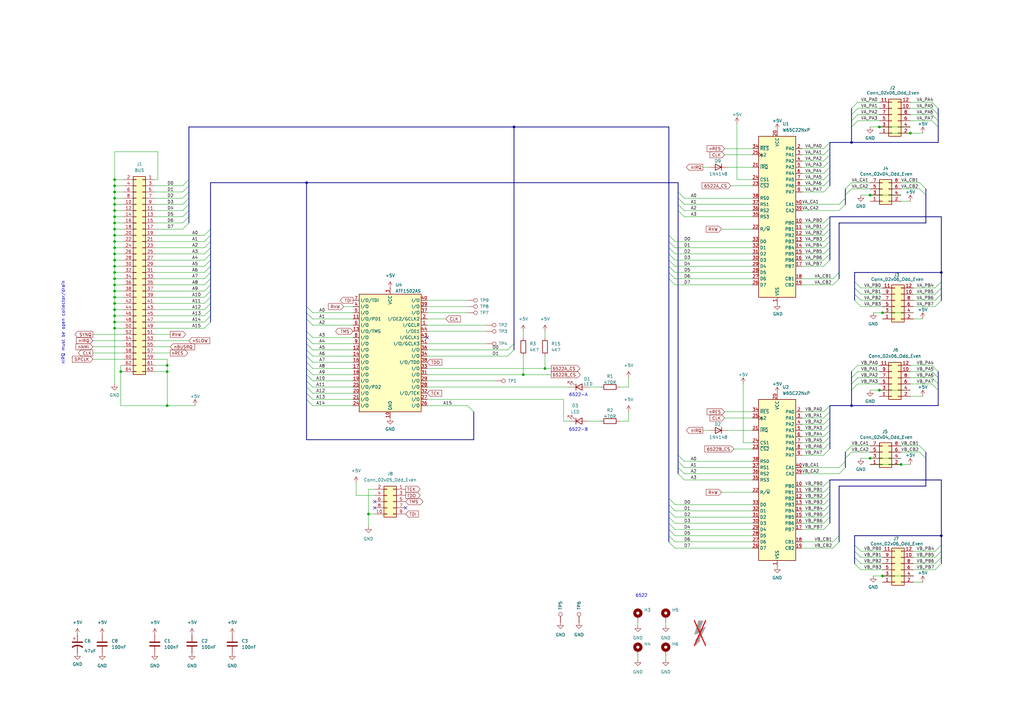
<source format=kicad_sch>
(kicad_sch (version 20250114) (generator "eeschema") (generator_version "9.0")
  (paper "A3")
  (text "6522-A" (at 237.236 162.052 0) (effects (font (size 1.27 1.27))))
  (text "6522" (at 263.144 244.348 0) (effects (font (size 1.27 1.27))))
  (text "6522-B" (at 237.236 176.276 0) (effects (font (size 1.27 1.27))))
  (text "nIRQ must be open collector/drain" (at 25.908 132.334 90) (effects (font (size 1.27 1.27))))
  (junction (at 360.68 160.02))
  (junction (at 46.99 86.36))
  (junction (at 46.99 134.62))
  (junction (at 210.82 52.07))
  (junction (at 46.99 83.82))
  (junction (at 46.99 109.22))
  (junction (at 46.99 116.84))
  (junction (at 46.99 119.38))
  (junction (at 46.99 121.92))
  (junction (at 46.99 93.98))
  (junction (at 349.25 166.37))
  (junction (at 373.38 54.61))
  (junction (at 223.52 151.13))
  (junction (at 68.58 149.86))
  (junction (at 360.68 52.07))
  (junction (at 46.99 111.76))
  (junction (at 46.99 106.68))
  (junction (at 46.99 132.08))
  (junction (at 361.95 236.22))
  (junction (at 46.99 88.9))
  (junction (at 386.08 219.71))
  (junction (at 49.53 152.4))
  (junction (at 46.99 101.6))
  (junction (at 349.25 58.42))
  (junction (at 386.08 111.76))
  (junction (at 369.57 190.5))
  (junction (at 46.99 81.28))
  (junction (at 46.99 124.46))
  (junction (at 151.13 210.82))
  (junction (at 46.99 73.66))
  (junction (at 214.63 153.67))
  (junction (at 68.58 166.37))
  (junction (at 46.99 129.54))
  (junction (at 46.99 76.2))
  (junction (at 356.87 187.96))
  (junction (at 46.99 127))
  (junction (at 68.58 152.4))
  (junction (at 46.99 99.06))
  (junction (at 46.99 114.3))
  (junction (at 361.95 128.27))
  (junction (at 46.99 96.52))
  (junction (at 125.73 74.93))
  (junction (at 46.99 91.44))
  (junction (at 356.87 80.01))
  (junction (at 46.99 78.74))
  (junction (at 46.99 104.14))
  (no_connect (at 153.67 205.74))
  (no_connect (at 175.26 138.43))
  (no_connect (at 166.37 208.28))
  (no_connect (at 153.67 208.28))
  (bus_entry (at 340.36 207.01) (size -2.54 2.54))
  (bus_entry (at 83.82 127) (size 2.54 -2.54))
  (bus_entry (at 379.73 185.42) (size -2.54 -2.54))
  (bus_entry (at 74.93 78.74) (size 2.54 -2.54))
  (bus_entry (at 128.27 128.27) (size -2.54 -2.54))
  (bus_entry (at 280.67 191.77) (size -2.54 -2.54))
  (bus_entry (at 83.82 99.06) (size 2.54 -2.54))
  (bus_entry (at 83.82 111.76) (size 2.54 -2.54))
  (bus_entry (at 276.86 104.14) (size -2.54 -2.54))
  (bus_entry (at 349.25 152.4) (size 2.54 -2.54))
  (bus_entry (at 276.86 111.76) (size -2.54 -2.54))
  (bus_entry (at 128.27 138.43) (size -2.54 -2.54))
  (bus_entry (at 128.27 130.81) (size -2.54 -2.54))
  (bus_entry (at 191.77 166.37) (size 2.54 2.54))
  (bus_entry (at 353.06 231.14) (size -2.54 -2.54))
  (bus_entry (at 337.82 168.91) (size 2.54 -2.54))
  (bus_entry (at 276.86 222.25) (size -2.54 -2.54))
  (bus_entry (at 384.81 46.99) (size -2.54 -2.54))
  (bus_entry (at 340.36 101.6) (size -2.54 2.54))
  (bus_entry (at 280.67 189.23) (size -2.54 -2.54))
  (bus_entry (at 346.71 83.82) (size -2.54 2.54))
  (bus_entry (at 276.86 212.09) (size -2.54 -2.54))
  (bus_entry (at 340.36 88.9) (size -2.54 2.54))
  (bus_entry (at 83.82 106.68) (size 2.54 -2.54))
  (bus_entry (at 383.54 123.19) (size 2.54 -2.54))
  (bus_entry (at 340.36 93.98) (size -2.54 2.54))
  (bus_entry (at 276.86 106.68) (size -2.54 -2.54))
  (bus_entry (at 337.82 68.58) (size 2.54 -2.54))
  (bus_entry (at 337.82 179.07) (size 2.54 -2.54))
  (bus_entry (at 128.27 161.29) (size -2.54 -2.54))
  (bus_entry (at 276.86 219.71) (size -2.54 -2.54))
  (bus_entry (at 346.71 189.23) (size -2.54 2.54))
  (bus_entry (at 346.71 191.77) (size -2.54 2.54))
  (bus_entry (at 74.93 81.28) (size 2.54 -2.54))
  (bus_entry (at 83.82 119.38) (size 2.54 -2.54))
  (bus_entry (at 276.86 109.22) (size -2.54 -2.54))
  (bus_entry (at 83.82 109.22) (size 2.54 -2.54))
  (bus_entry (at 340.36 99.06) (size -2.54 2.54))
  (bus_entry (at 208.28 146.05) (size 2.54 -2.54))
  (bus_entry (at 280.67 81.28) (size -2.54 -2.54))
  (bus_entry (at 349.25 154.94) (size 2.54 -2.54))
  (bus_entry (at 337.82 76.2) (size 2.54 -2.54))
  (bus_entry (at 379.73 187.96) (size -2.54 -2.54))
  (bus_entry (at 74.93 86.36) (size 2.54 -2.54))
  (bus_entry (at 340.36 201.93) (size -2.54 2.54))
  (bus_entry (at 340.36 209.55) (size -2.54 2.54))
  (bus_entry (at 74.93 76.2) (size 2.54 -2.54))
  (bus_entry (at 384.81 49.53) (size -2.54 -2.54))
  (bus_entry (at 346.71 187.96) (size 2.54 -2.54))
  (bus_entry (at 208.28 143.51) (size 2.54 -2.54))
  (bus_entry (at 128.27 166.37) (size -2.54 -2.54))
  (bus_entry (at 353.06 228.6) (size -2.54 -2.54))
  (bus_entry (at 83.82 104.14) (size 2.54 -2.54))
  (bus_entry (at 83.82 116.84) (size 2.54 -2.54))
  (bus_entry (at 276.86 101.6) (size -2.54 -2.54))
  (bus_entry (at 337.82 173.99) (size 2.54 -2.54))
  (bus_entry (at 379.73 77.47) (size -2.54 -2.54))
  (bus_entry (at 386.08 231.14) (size -2.54 2.54))
  (bus_entry (at 74.93 88.9) (size 2.54 -2.54))
  (bus_entry (at 349.25 160.02) (size 2.54 -2.54))
  (bus_entry (at 353.06 233.68) (size -2.54 -2.54))
  (bus_entry (at 384.81 152.4) (size -2.54 -2.54))
  (bus_entry (at 337.82 73.66) (size 2.54 -2.54))
  (bus_entry (at 340.36 199.39) (size -2.54 2.54))
  (bus_entry (at 337.82 66.04) (size 2.54 -2.54))
  (bus_entry (at 353.06 120.65) (size -2.54 -2.54))
  (bus_entry (at 344.17 219.71) (size -2.54 2.54))
  (bus_entry (at 128.27 156.21) (size -2.54 -2.54))
  (bus_entry (at 74.93 83.82) (size 2.54 -2.54))
  (bus_entry (at 337.82 176.53) (size 2.54 -2.54))
  (bus_entry (at 340.36 106.68) (size -2.54 2.54))
  (bus_entry (at 383.54 118.11) (size 2.54 -2.54))
  (bus_entry (at 128.27 153.67) (size -2.54 -2.54))
  (bus_entry (at 382.27 157.48) (size 2.54 2.54))
  (bus_entry (at 344.17 114.3) (size -2.54 2.54))
  (bus_entry (at 128.27 163.83) (size -2.54 -2.54))
  (bus_entry (at 128.27 148.59) (size -2.54 -2.54))
  (bus_entry (at 280.67 83.82) (size -2.54 -2.54))
  (bus_entry (at 276.86 114.3) (size -2.54 -2.54))
  (bus_entry (at 276.86 116.84) (size -2.54 -2.54))
  (bus_entry (at 128.27 151.13) (size -2.54 -2.54))
  (bus_entry (at 353.06 123.19) (size -2.54 -2.54))
  (bus_entry (at 128.27 158.75) (size -2.54 -2.54))
  (bus_entry (at 340.36 204.47) (size -2.54 2.54))
  (bus_entry (at 383.54 228.6) (size 2.54 -2.54))
  (bus_entry (at 349.25 157.48) (size 2.54 -2.54))
  (bus_entry (at 276.86 99.06) (size -2.54 -2.54))
  (bus_entry (at 83.82 121.92) (size 2.54 -2.54))
  (bus_entry (at 337.82 181.61) (size 2.54 -2.54))
  (bus_entry (at 280.67 88.9) (size -2.54 -2.54))
  (bus_entry (at 349.25 44.45) (size 2.54 -2.54))
  (bus_entry (at 280.67 196.85) (size -2.54 -2.54))
  (bus_entry (at 346.71 77.47) (size 2.54 -2.54))
  (bus_entry (at 386.08 123.19) (size -2.54 2.54))
  (bus_entry (at 384.81 157.48) (size -2.54 -2.54))
  (bus_entry (at 83.82 96.52) (size 2.54 -2.54))
  (bus_entry (at 276.86 207.01) (size -2.54 -2.54))
  (bus_entry (at 83.82 124.46) (size 2.54 -2.54))
  (bus_entry (at 337.82 63.5) (size 2.54 -2.54))
  (bus_entry (at 83.82 134.62) (size 2.54 -2.54))
  (bus_entry (at 353.06 118.11) (size -2.54 -2.54))
  (bus_entry (at 74.93 93.98) (size 2.54 -2.54))
  (bus_entry (at 337.82 71.12) (size 2.54 -2.54))
  (bus_entry (at 340.36 91.44) (size -2.54 2.54))
  (bus_entry (at 276.86 217.17) (size -2.54 -2.54))
  (bus_entry (at 276.86 224.79) (size -2.54 -2.54))
  (bus_entry (at 346.71 80.01) (size 2.54 -2.54))
  (bus_entry (at 276.86 214.63) (size -2.54 -2.54))
  (bus_entry (at 346.71 185.42) (size 2.54 -2.54))
  (bus_entry (at 349.25 46.99) (size 2.54 -2.54))
  (bus_entry (at 280.67 194.31) (size -2.54 -2.54))
  (bus_entry (at 83.82 132.08) (size 2.54 -2.54))
  (bus_entry (at 384.81 154.94) (size -2.54 -2.54))
  (bus_entry (at 128.27 146.05) (size -2.54 -2.54))
  (bus_entry (at 83.82 114.3) (size 2.54 -2.54))
  (bus_entry (at 340.36 214.63) (size -2.54 2.54))
  (bus_entry (at 83.82 101.6) (size 2.54 -2.54))
  (bus_entry (at 353.06 125.73) (size -2.54 -2.54))
  (bus_entry (at 384.81 44.45) (size -2.54 -2.54))
  (bus_entry (at 340.36 196.85) (size -2.54 2.54))
  (bus_entry (at 379.73 80.01) (size -2.54 -2.54))
  (bus_entry (at 340.36 104.14) (size -2.54 2.54))
  (bus_entry (at 280.67 86.36) (size -2.54 -2.54))
  (bus_entry (at 128.27 140.97) (size -2.54 -2.54))
  (bus_entry (at 344.17 222.25) (size -2.54 2.54))
  (bus_entry (at 337.82 184.15) (size 2.54 -2.54))
  (bus_entry (at 349.25 49.53) (size 2.54 -2.54))
  (bus_entry (at 349.25 52.07) (size 2.54 -2.54))
  (bus_entry (at 353.06 226.06) (size -2.54 -2.54))
  (bus_entry (at 74.93 91.44) (size 2.54 -2.54))
  (bus_entry (at 337.82 60.96) (size 2.54 -2.54))
  (bus_entry (at 276.86 209.55) (size -2.54 -2.54))
  (bus_entry (at 346.71 81.28) (size -2.54 2.54))
  (bus_entry (at 337.82 186.69) (size 2.54 -2.54))
  (bus_entry (at 383.54 120.65) (size 2.54 -2.54))
  (bus_entry (at 337.82 78.74) (size 2.54 -2.54))
  (bus_entry (at 340.36 96.52) (size -2.54 2.54))
  (bus_entry (at 383.54 226.06) (size 2.54 -2.54))
  (bus_entry (at 344.17 111.76) (size -2.54 2.54))
  (bus_entry (at 337.82 171.45) (size 2.54 -2.54))
  (bus_entry (at 382.27 49.53) (size 2.54 2.54))
  (bus_entry (at 383.54 231.14) (size 2.54 -2.54))
  (bus_entry (at 83.82 129.54) (size 2.54 -2.54))
  (bus_entry (at 340.36 212.09) (size -2.54 2.54))
  (bus_entry (at 128.27 143.51) (size -2.54 -2.54))
  (bus_entry (at 128.27 133.35) (size -2.54 -2.54))
  (wire (pts (xy 261.62 255.27) (xy 261.62 256.54)))
  (bus (pts (xy 278.13 191.77) (xy 278.13 194.31)))
  (wire (pts (xy 351.79 46.99) (xy 360.68 46.99)))
  (wire (pts (xy 50.8 132.08) (xy 46.99 132.08)))
  (wire (pts (xy 358.14 128.27) (xy 361.95 128.27)))
  (wire (pts (xy 83.82 111.76) (xy 63.5 111.76)))
  (wire (pts (xy 328.93 68.58) (xy 337.82 68.58)))
  (bus (pts (xy 349.25 49.53) (xy 349.25 52.07)))
  (bus (pts (xy 340.36 173.99) (xy 340.36 171.45)))
  (wire (pts (xy 38.1 142.24) (xy 50.8 142.24)))
  (wire (pts (xy 74.93 83.82) (xy 63.5 83.82)))
  (bus (pts (xy 125.73 130.81) (xy 125.73 135.89)))
  (wire (pts (xy 83.82 114.3) (xy 63.5 114.3)))
  (wire (pts (xy 83.82 109.22) (xy 63.5 109.22)))
  (wire (pts (xy 74.93 86.36) (xy 63.5 86.36)))
  (bus (pts (xy 340.36 60.96) (xy 340.36 58.42)))
  (bus (pts (xy 77.47 52.07) (xy 77.47 73.66)))
  (wire (pts (xy 297.18 171.45) (xy 308.61 171.45)))
  (wire (pts (xy 328.93 217.17) (xy 337.82 217.17)))
  (bus (pts (xy 349.25 44.45) (xy 349.25 46.99)))
  (wire (pts (xy 83.82 129.54) (xy 63.5 129.54)))
  (bus (pts (xy 346.71 77.47) (xy 346.71 80.01)))
  (wire (pts (xy 151.13 200.66) (xy 153.67 200.66)))
  (wire (pts (xy 369.57 77.47) (xy 377.19 77.47)))
  (wire (pts (xy 50.8 124.46) (xy 46.99 124.46)))
  (wire (pts (xy 353.06 233.68) (xy 361.95 233.68)))
  (bus (pts (xy 278.13 83.82) (xy 278.13 86.36)))
  (wire (pts (xy 374.65 238.76) (xy 378.46 238.76)))
  (wire (pts (xy 328.93 207.01) (xy 337.82 207.01)))
  (wire (pts (xy 214.63 146.05) (xy 214.63 153.67)))
  (bus (pts (xy 274.32 209.55) (xy 274.32 207.01)))
  (bus (pts (xy 86.36 106.68) (xy 86.36 109.22)))
  (bus (pts (xy 77.47 88.9) (xy 77.47 91.44)))
  (wire (pts (xy 46.99 78.74) (xy 46.99 81.28)))
  (wire (pts (xy 175.26 146.05) (xy 208.28 146.05)))
  (wire (pts (xy 360.68 54.61) (xy 373.38 54.61)))
  (bus (pts (xy 340.36 63.5) (xy 340.36 60.96)))
  (wire (pts (xy 241.3 172.72) (xy 246.38 172.72)))
  (wire (pts (xy 214.63 153.67) (xy 226.06 153.67)))
  (wire (pts (xy 349.25 185.42) (xy 356.87 185.42)))
  (bus (pts (xy 274.32 114.3) (xy 274.32 204.47)))
  (bus (pts (xy 86.36 116.84) (xy 86.36 119.38)))
  (wire (pts (xy 273.05 255.27) (xy 273.05 256.54)))
  (wire (pts (xy 128.27 128.27) (xy 144.78 128.27)))
  (wire (pts (xy 46.99 111.76) (xy 46.99 114.3)))
  (bus (pts (xy 86.36 124.46) (xy 86.36 127)))
  (wire (pts (xy 373.38 44.45) (xy 382.27 44.45)))
  (bus (pts (xy 386.08 219.71) (xy 386.08 223.52)))
  (wire (pts (xy 38.1 137.16) (xy 50.8 137.16)))
  (bus (pts (xy 349.25 46.99) (xy 349.25 49.53)))
  (wire (pts (xy 146.05 203.2) (xy 146.05 198.12)))
  (bus (pts (xy 194.31 168.91) (xy 194.31 180.34)))
  (bus (pts (xy 386.08 228.6) (xy 386.08 231.14)))
  (wire (pts (xy 298.45 68.58) (xy 308.61 68.58)))
  (bus (pts (xy 278.13 78.74) (xy 278.13 81.28)))
  (wire (pts (xy 356.87 190.5) (xy 369.57 190.5)))
  (wire (pts (xy 254 172.72) (xy 257.81 172.72)))
  (wire (pts (xy 83.82 124.46) (xy 63.5 124.46)))
  (bus (pts (xy 125.73 74.93) (xy 125.73 125.73)))
  (wire (pts (xy 175.26 156.21) (xy 203.2 156.21)))
  (wire (pts (xy 328.93 71.12) (xy 337.82 71.12)))
  (bus (pts (xy 274.32 101.6) (xy 274.32 99.06)))
  (wire (pts (xy 50.8 116.84) (xy 46.99 116.84)))
  (wire (pts (xy 50.8 99.06) (xy 46.99 99.06)))
  (wire (pts (xy 302.26 73.66) (xy 302.26 50.8)))
  (wire (pts (xy 276.86 114.3) (xy 308.61 114.3)))
  (wire (pts (xy 46.99 96.52) (xy 46.99 99.06)))
  (wire (pts (xy 223.52 151.13) (xy 226.06 151.13)))
  (wire (pts (xy 49.53 166.37) (xy 68.58 166.37)))
  (wire (pts (xy 46.99 76.2) (xy 46.99 78.74)))
  (wire (pts (xy 83.82 106.68) (xy 63.5 106.68)))
  (wire (pts (xy 83.82 119.38) (xy 63.5 119.38)))
  (bus (pts (xy 274.32 114.3) (xy 274.32 111.76)))
  (bus (pts (xy 386.08 111.76) (xy 386.08 115.57)))
  (bus (pts (xy 278.13 189.23) (xy 278.13 191.77)))
  (wire (pts (xy 356.87 160.02) (xy 360.68 160.02)))
  (bus (pts (xy 125.73 140.97) (xy 125.73 143.51)))
  (wire (pts (xy 128.27 138.43) (xy 144.78 138.43)))
  (wire (pts (xy 360.68 160.02) (xy 373.38 160.02)))
  (bus (pts (xy 278.13 186.69) (xy 278.13 189.23)))
  (bus (pts (xy 344.17 111.76) (xy 344.17 91.44)))
  (wire (pts (xy 280.67 196.85) (xy 308.61 196.85)))
  (wire (pts (xy 50.8 149.86) (xy 49.53 149.86)))
  (bus (pts (xy 384.81 160.02) (xy 384.81 166.37)))
  (wire (pts (xy 276.86 99.06) (xy 308.61 99.06)))
  (bus (pts (xy 340.36 88.9) (xy 386.08 88.9)))
  (bus (pts (xy 340.36 58.42) (xy 349.25 58.42)))
  (wire (pts (xy 276.86 109.22) (xy 308.61 109.22)))
  (wire (pts (xy 77.47 139.7) (xy 63.5 139.7)))
  (wire (pts (xy 140.97 125.73) (xy 144.78 125.73)))
  (wire (pts (xy 69.85 142.24) (xy 63.5 142.24)))
  (bus (pts (xy 340.36 176.53) (xy 340.36 173.99)))
  (wire (pts (xy 46.99 62.23) (xy 46.99 73.66)))
  (bus (pts (xy 344.17 114.3) (xy 344.17 111.76)))
  (wire (pts (xy 83.82 132.08) (xy 63.5 132.08)))
  (wire (pts (xy 128.27 156.21) (xy 144.78 156.21)))
  (wire (pts (xy 373.38 162.56) (xy 378.46 162.56)))
  (wire (pts (xy 328.93 209.55) (xy 337.82 209.55)))
  (bus (pts (xy 340.36 212.09) (xy 340.36 209.55)))
  (wire (pts (xy 273.05 269.24) (xy 273.05 270.51)))
  (bus (pts (xy 125.73 151.13) (xy 125.73 153.67)))
  (bus (pts (xy 210.82 52.07) (xy 274.32 52.07)))
  (bus (pts (xy 210.82 140.97) (xy 210.82 143.51)))
  (wire (pts (xy 298.45 176.53) (xy 308.61 176.53)))
  (wire (pts (xy 297.18 63.5) (xy 308.61 63.5)))
  (wire (pts (xy 351.79 41.91) (xy 360.68 41.91)))
  (wire (pts (xy 328.93 184.15) (xy 337.82 184.15)))
  (bus (pts (xy 86.36 111.76) (xy 86.36 114.3)))
  (wire (pts (xy 199.39 133.35) (xy 175.26 133.35)))
  (wire (pts (xy 261.62 269.24) (xy 261.62 270.51)))
  (bus (pts (xy 350.52 228.6) (xy 350.52 231.14)))
  (bus (pts (xy 210.82 52.07) (xy 77.47 52.07)))
  (wire (pts (xy 328.93 86.36) (xy 344.17 86.36)))
  (wire (pts (xy 328.93 176.53) (xy 337.82 176.53)))
  (wire (pts (xy 231.14 172.72) (xy 233.68 172.72)))
  (wire (pts (xy 83.82 121.92) (xy 63.5 121.92)))
  (bus (pts (xy 349.25 154.94) (xy 349.25 157.48)))
  (wire (pts (xy 374.65 228.6) (xy 383.54 228.6)))
  (wire (pts (xy 46.99 86.36) (xy 46.99 88.9)))
  (bus (pts (xy 274.32 217.17) (xy 274.32 214.63)))
  (bus (pts (xy 340.36 101.6) (xy 340.36 99.06)))
  (wire (pts (xy 69.85 144.78) (xy 63.5 144.78)))
  (bus (pts (xy 86.36 96.52) (xy 86.36 99.06)))
  (wire (pts (xy 328.93 186.69) (xy 337.82 186.69)))
  (bus (pts (xy 278.13 74.93) (xy 278.13 78.74)))
  (bus (pts (xy 340.36 73.66) (xy 340.36 71.12)))
  (wire (pts (xy 373.38 49.53) (xy 382.27 49.53)))
  (bus (pts (xy 386.08 196.85) (xy 386.08 219.71)))
  (wire (pts (xy 328.93 191.77) (xy 344.17 191.77)))
  (bus (pts (xy 346.71 189.23) (xy 346.71 191.77)))
  (bus (pts (xy 125.73 156.21) (xy 125.73 158.75)))
  (bus (pts (xy 125.73 128.27) (xy 125.73 130.81)))
  (wire (pts (xy 128.27 146.05) (xy 144.78 146.05)))
  (wire (pts (xy 308.61 73.66) (xy 302.26 73.66)))
  (wire (pts (xy 369.57 74.93) (xy 377.19 74.93)))
  (wire (pts (xy 63.5 147.32) (xy 68.58 147.32)))
  (bus (pts (xy 350.52 120.65) (xy 350.52 123.19)))
  (wire (pts (xy 328.93 222.25) (xy 341.63 222.25)))
  (wire (pts (xy 276.86 106.68) (xy 308.61 106.68)))
  (wire (pts (xy 328.93 199.39) (xy 337.82 199.39)))
  (bus (pts (xy 349.25 166.37) (xy 384.81 166.37)))
  (wire (pts (xy 199.39 140.97) (xy 175.26 140.97)))
  (wire (pts (xy 175.26 143.51) (xy 208.28 143.51)))
  (bus (pts (xy 340.36 96.52) (xy 340.36 93.98)))
  (wire (pts (xy 351.79 152.4) (xy 360.68 152.4)))
  (wire (pts (xy 280.67 83.82) (xy 308.61 83.82)))
  (bus (pts (xy 340.36 91.44) (xy 340.36 88.9)))
  (bus (pts (xy 210.82 52.07) (xy 210.82 140.97)))
  (wire (pts (xy 351.79 154.94) (xy 360.68 154.94)))
  (bus (pts (xy 379.73 80.01) (xy 379.73 91.44)))
  (wire (pts (xy 328.93 66.04) (xy 337.82 66.04)))
  (wire (pts (xy 83.82 116.84) (xy 63.5 116.84)))
  (wire (pts (xy 50.8 119.38) (xy 46.99 119.38)))
  (wire (pts (xy 276.86 217.17) (xy 308.61 217.17)))
  (wire (pts (xy 328.93 224.79) (xy 341.63 224.79)))
  (bus (pts (xy 340.36 76.2) (xy 340.36 73.66)))
  (wire (pts (xy 276.86 224.79) (xy 308.61 224.79)))
  (wire (pts (xy 276.86 104.14) (xy 308.61 104.14)))
  (bus (pts (xy 278.13 86.36) (xy 278.13 186.69)))
  (bus (pts (xy 125.73 138.43) (xy 125.73 140.97)))
  (wire (pts (xy 64.77 62.23) (xy 46.99 62.23)))
  (bus (pts (xy 340.36 71.12) (xy 340.36 68.58)))
  (wire (pts (xy 223.52 135.89) (xy 223.52 138.43)))
  (wire (pts (xy 175.26 166.37) (xy 191.77 166.37)))
  (bus (pts (xy 384.81 152.4) (xy 384.81 154.94)))
  (bus (pts (xy 346.71 185.42) (xy 346.71 187.96)))
  (wire (pts (xy 50.8 83.82) (xy 46.99 83.82)))
  (wire (pts (xy 175.26 163.83) (xy 231.14 163.83)))
  (wire (pts (xy 46.99 134.62) (xy 46.99 132.08)))
  (wire (pts (xy 74.93 78.74) (xy 63.5 78.74)))
  (wire (pts (xy 300.99 184.15) (xy 308.61 184.15)))
  (wire (pts (xy 353.06 231.14) (xy 361.95 231.14)))
  (bus (pts (xy 340.36 68.58) (xy 340.36 66.04)))
  (wire (pts (xy 128.27 148.59) (xy 144.78 148.59)))
  (wire (pts (xy 276.86 207.01) (xy 308.61 207.01)))
  (bus (pts (xy 350.52 115.57) (xy 350.52 118.11)))
  (bus (pts (xy 194.31 180.34) (xy 125.73 180.34)))
  (bus (pts (xy 386.08 115.57) (xy 386.08 118.11)))
  (wire (pts (xy 328.93 179.07) (xy 337.82 179.07)))
  (wire (pts (xy 373.38 54.61) (xy 378.46 54.61)))
  (wire (pts (xy 151.13 210.82) (xy 151.13 200.66)))
  (bus (pts (xy 274.32 99.06) (xy 274.32 96.52)))
  (wire (pts (xy 328.93 106.68) (xy 337.82 106.68)))
  (wire (pts (xy 280.67 194.31) (xy 308.61 194.31)))
  (bus (pts (xy 274.32 222.25) (xy 274.32 219.71)))
  (wire (pts (xy 297.18 168.91) (xy 308.61 168.91)))
  (wire (pts (xy 182.88 130.81) (xy 175.26 130.81)))
  (wire (pts (xy 349.25 74.93) (xy 356.87 74.93)))
  (wire (pts (xy 328.93 60.96) (xy 337.82 60.96)))
  (bus (pts (xy 77.47 76.2) (xy 77.47 78.74)))
  (bus (pts (xy 346.71 187.96) (xy 346.71 189.23)))
  (bus (pts (xy 350.52 111.76) (xy 386.08 111.76)))
  (bus (pts (xy 340.36 201.93) (xy 340.36 199.39)))
  (bus (pts (xy 274.32 111.76) (xy 274.32 109.22)))
  (wire (pts (xy 353.06 228.6) (xy 361.95 228.6)))
  (wire (pts (xy 295.91 201.93) (xy 308.61 201.93)))
  (wire (pts (xy 328.93 104.14) (xy 337.82 104.14)))
  (wire (pts (xy 356.87 80.01) (xy 369.57 80.01)))
  (wire (pts (xy 69.85 137.16) (xy 63.5 137.16)))
  (wire (pts (xy 50.8 147.32) (xy 38.1 147.32)))
  (wire (pts (xy 50.8 86.36) (xy 46.99 86.36)))
  (wire (pts (xy 50.8 144.78) (xy 38.1 144.78)))
  (wire (pts (xy 68.58 149.86) (xy 68.58 152.4)))
  (wire (pts (xy 50.8 106.68) (xy 46.99 106.68)))
  (wire (pts (xy 128.27 163.83) (xy 144.78 163.83)))
  (bus (pts (xy 386.08 226.06) (xy 386.08 228.6)))
  (wire (pts (xy 374.65 123.19) (xy 383.54 123.19)))
  (bus (pts (xy 340.36 99.06) (xy 340.36 96.52)))
  (wire (pts (xy 46.99 81.28) (xy 46.99 83.82)))
  (bus (pts (xy 86.36 74.93) (xy 86.36 93.98)))
  (wire (pts (xy 50.8 129.54) (xy 46.99 129.54)))
  (wire (pts (xy 373.38 41.91) (xy 382.27 41.91)))
  (bus (pts (xy 278.13 81.28) (xy 278.13 83.82)))
  (bus (pts (xy 125.73 135.89) (xy 125.73 138.43)))
  (wire (pts (xy 128.27 158.75) (xy 144.78 158.75)))
  (wire (pts (xy 175.26 151.13) (xy 223.52 151.13)))
  (wire (pts (xy 288.29 68.58) (xy 290.83 68.58)))
  (wire (pts (xy 175.26 123.19) (xy 191.77 123.19)))
  (wire (pts (xy 351.79 157.48) (xy 360.68 157.48)))
  (wire (pts (xy 50.8 127) (xy 46.99 127)))
  (wire (pts (xy 369.57 182.88) (xy 377.19 182.88)))
  (wire (pts (xy 374.65 125.73) (xy 383.54 125.73)))
  (bus (pts (xy 86.36 109.22) (xy 86.36 111.76)))
  (wire (pts (xy 328.93 171.45) (xy 337.82 171.45)))
  (wire (pts (xy 353.06 80.01) (xy 356.87 80.01)))
  (bus (pts (xy 86.36 104.14) (xy 86.36 106.68)))
  (bus (pts (xy 125.73 125.73) (xy 125.73 128.27)))
  (bus (pts (xy 274.32 214.63) (xy 274.32 212.09)))
  (bus (pts (xy 125.73 153.67) (xy 125.73 156.21)))
  (wire (pts (xy 46.99 129.54) (xy 46.99 127)))
  (wire (pts (xy 373.38 157.48) (xy 382.27 157.48)))
  (wire (pts (xy 49.53 152.4) (xy 49.53 166.37)))
  (wire (pts (xy 297.18 60.96) (xy 308.61 60.96)))
  (wire (pts (xy 175.26 128.27) (xy 191.77 128.27)))
  (wire (pts (xy 83.82 96.52) (xy 63.5 96.52)))
  (wire (pts (xy 50.8 93.98) (xy 46.99 93.98)))
  (wire (pts (xy 46.99 106.68) (xy 46.99 109.22)))
  (wire (pts (xy 276.86 222.25) (xy 308.61 222.25)))
  (wire (pts (xy 351.79 49.53) (xy 360.68 49.53)))
  (wire (pts (xy 46.99 73.66) (xy 50.8 73.66)))
  (bus (pts (xy 340.36 184.15) (xy 340.36 181.61)))
  (wire (pts (xy 50.8 109.22) (xy 46.99 109.22)))
  (wire (pts (xy 46.99 73.66) (xy 46.99 76.2)))
  (bus (pts (xy 86.36 127) (xy 86.36 129.54)))
  (wire (pts (xy 128.27 153.67) (xy 144.78 153.67)))
  (bus (pts (xy 349.25 160.02) (xy 349.25 166.37)))
  (wire (pts (xy 68.58 152.4) (xy 68.58 166.37)))
  (wire (pts (xy 83.82 101.6) (xy 63.5 101.6)))
  (wire (pts (xy 46.99 134.62) (xy 46.99 157.48)))
  (bus (pts (xy 340.36 168.91) (xy 340.36 166.37)))
  (wire (pts (xy 46.99 83.82) (xy 46.99 86.36)))
  (bus (pts (xy 274.32 104.14) (xy 274.32 101.6)))
  (wire (pts (xy 46.99 88.9) (xy 46.99 91.44)))
  (wire (pts (xy 351.79 44.45) (xy 360.68 44.45)))
  (wire (pts (xy 276.86 111.76) (xy 308.61 111.76)))
  (wire (pts (xy 328.93 96.52) (xy 337.82 96.52)))
  (wire (pts (xy 50.8 104.14) (xy 46.99 104.14)))
  (bus (pts (xy 125.73 146.05) (xy 125.73 148.59)))
  (wire (pts (xy 74.93 81.28) (xy 63.5 81.28)))
  (wire (pts (xy 299.72 76.2) (xy 308.61 76.2)))
  (bus (pts (xy 340.36 214.63) (xy 340.36 212.09)))
  (wire (pts (xy 373.38 149.86) (xy 382.27 149.86)))
  (wire (pts (xy 356.87 187.96) (xy 369.57 187.96)))
  (wire (pts (xy 50.8 134.62) (xy 46.99 134.62)))
  (bus (pts (xy 340.36 207.01) (xy 340.36 204.47)))
  (bus (pts (xy 384.81 157.48) (xy 384.81 160.02)))
  (bus (pts (xy 340.36 199.39) (xy 340.36 196.85)))
  (bus (pts (xy 340.36 196.85) (xy 386.08 196.85)))
  (bus (pts (xy 340.36 93.98) (xy 340.36 91.44)))
  (bus (pts (xy 125.73 161.29) (xy 125.73 163.83)))
  (wire (pts (xy 353.06 118.11) (xy 361.95 118.11)))
  (wire (pts (xy 374.65 226.06) (xy 383.54 226.06)))
  (bus (pts (xy 86.36 121.92) (xy 86.36 124.46)))
  (bus (pts (xy 350.52 223.52) (xy 350.52 226.06)))
  (wire (pts (xy 46.99 121.92) (xy 46.99 119.38)))
  (wire (pts (xy 128.27 166.37) (xy 144.78 166.37)))
  (wire (pts (xy 328.93 76.2) (xy 337.82 76.2)))
  (bus (pts (xy 340.36 181.61) (xy 340.36 179.07)))
  (wire (pts (xy 349.25 77.47) (xy 356.87 77.47)))
  (bus (pts (xy 344.17 199.39) (xy 379.73 199.39)))
  (wire (pts (xy 50.8 114.3) (xy 46.99 114.3)))
  (wire (pts (xy 295.91 93.98) (xy 308.61 93.98)))
  (wire (pts (xy 358.14 236.22) (xy 361.95 236.22)))
  (wire (pts (xy 257.81 168.91) (xy 257.81 172.72)))
  (wire (pts (xy 83.82 99.06) (xy 63.5 99.06)))
  (wire (pts (xy 46.99 93.98) (xy 46.99 96.52)))
  (wire (pts (xy 257.81 154.94) (xy 257.81 158.75)))
  (wire (pts (xy 83.82 134.62) (xy 63.5 134.62)))
  (bus (pts (xy 379.73 77.47) (xy 379.73 80.01)))
  (bus (pts (xy 340.36 106.68) (xy 340.36 104.14)))
  (bus (pts (xy 86.36 99.06) (xy 86.36 101.6)))
  (wire (pts (xy 328.93 101.6) (xy 337.82 101.6)))
  (wire (pts (xy 328.93 194.31) (xy 344.17 194.31)))
  (wire (pts (xy 68.58 147.32) (xy 68.58 149.86)))
  (wire (pts (xy 373.38 46.99) (xy 382.27 46.99)))
  (wire (pts (xy 214.63 135.89) (xy 214.63 138.43)))
  (wire (pts (xy 46.99 127) (xy 46.99 124.46)))
  (wire (pts (xy 175.26 153.67) (xy 214.63 153.67)))
  (wire (pts (xy 328.93 181.61) (xy 337.82 181.61)))
  (wire (pts (xy 46.99 91.44) (xy 46.99 93.98)))
  (bus (pts (xy 384.81 52.07) (xy 384.81 58.42)))
  (bus (pts (xy 274.32 109.22) (xy 274.32 106.68)))
  (bus (pts (xy 340.36 104.14) (xy 340.36 101.6)))
  (wire (pts (xy 46.99 114.3) (xy 46.99 116.84)))
  (bus (pts (xy 379.73 185.42) (xy 379.73 187.96)))
  (wire (pts (xy 328.93 78.74) (xy 337.82 78.74)))
  (bus (pts (xy 86.36 129.54) (xy 86.36 132.08)))
  (wire (pts (xy 63.5 149.86) (xy 68.58 149.86)))
  (wire (pts (xy 328.93 114.3) (xy 341.63 114.3)))
  (bus (pts (xy 346.71 81.28) (xy 346.71 83.82)))
  (wire (pts (xy 328.93 91.44) (xy 337.82 91.44)))
  (bus (pts (xy 274.32 207.01) (xy 274.32 204.47)))
  (wire (pts (xy 374.65 120.65) (xy 383.54 120.65)))
  (bus (pts (xy 349.25 152.4) (xy 349.25 154.94)))
  (wire (pts (xy 128.27 130.81) (xy 144.78 130.81)))
  (bus (pts (xy 386.08 120.65) (xy 386.08 123.19)))
  (wire (pts (xy 374.65 231.14) (xy 383.54 231.14)))
  (bus (pts (xy 384.81 44.45) (xy 384.81 46.99)))
  (bus (pts (xy 125.73 74.93) (xy 278.13 74.93)))
  (bus (pts (xy 77.47 81.28) (xy 77.47 83.82)))
  (wire (pts (xy 374.65 233.68) (xy 383.54 233.68)))
  (wire (pts (xy 153.67 203.2) (xy 146.05 203.2)))
  (wire (pts (xy 353.06 123.19) (xy 361.95 123.19)))
  (bus (pts (xy 384.81 49.53) (xy 384.81 52.07)))
  (wire (pts (xy 46.99 101.6) (xy 46.99 104.14)))
  (wire (pts (xy 276.86 212.09) (xy 308.61 212.09)))
  (wire (pts (xy 50.8 121.92) (xy 46.99 121.92)))
  (wire (pts (xy 74.93 76.2) (xy 63.5 76.2)))
  (wire (pts (xy 50.8 76.2) (xy 46.99 76.2)))
  (bus (pts (xy 350.52 226.06) (xy 350.52 228.6)))
  (bus (pts (xy 340.36 209.55) (xy 340.36 207.01)))
  (wire (pts (xy 50.8 101.6) (xy 46.99 101.6)))
  (bus (pts (xy 386.08 88.9) (xy 386.08 111.76)))
  (wire (pts (xy 308.61 181.61) (xy 304.8 181.61)))
  (bus (pts (xy 340.36 166.37) (xy 349.25 166.37)))
  (wire (pts (xy 175.26 158.75) (xy 233.68 158.75)))
  (wire (pts (xy 50.8 111.76) (xy 46.99 111.76)))
  (wire (pts (xy 351.79 149.86) (xy 360.68 149.86)))
  (wire (pts (xy 373.38 154.94) (xy 382.27 154.94)))
  (wire (pts (xy 374.65 118.11) (xy 383.54 118.11)))
  (wire (pts (xy 199.39 135.89) (xy 175.26 135.89)))
  (bus (pts (xy 349.25 157.48) (xy 349.25 160.02)))
  (wire (pts (xy 276.86 116.84) (xy 308.61 116.84)))
  (wire (pts (xy 223.52 146.05) (xy 223.52 151.13)))
  (wire (pts (xy 46.99 132.08) (xy 46.99 129.54)))
  (bus (pts (xy 274.32 219.71) (xy 274.32 217.17)))
  (wire (pts (xy 353.06 125.73) (xy 361.95 125.73)))
  (bus (pts (xy 349.25 52.07) (xy 349.25 58.42)))
  (bus (pts (xy 274.32 212.09) (xy 274.32 209.55)))
  (bus (pts (xy 384.81 46.99) (xy 384.81 49.53)))
  (wire (pts (xy 276.86 101.6) (xy 308.61 101.6)))
  (bus (pts (xy 340.36 171.45) (xy 340.36 168.91)))
  (wire (pts (xy 68.58 152.4) (xy 63.5 152.4)))
  (wire (pts (xy 360.68 52.07) (xy 373.38 52.07)))
  (bus (pts (xy 125.73 143.51) (xy 125.73 146.05)))
  (wire (pts (xy 38.1 139.7) (xy 50.8 139.7)))
  (wire (pts (xy 328.93 204.47) (xy 337.82 204.47)))
  (bus (pts (xy 386.08 118.11) (xy 386.08 120.65)))
  (wire (pts (xy 128.27 140.97) (xy 144.78 140.97)))
  (wire (pts (xy 328.93 93.98) (xy 337.82 93.98)))
  (bus (pts (xy 344.17 222.25) (xy 344.17 219.71)))
  (bus (pts (xy 77.47 83.82) (xy 77.47 86.36)))
  (wire (pts (xy 353.06 187.96) (xy 356.87 187.96)))
  (bus (pts (xy 350.52 219.71) (xy 386.08 219.71)))
  (wire (pts (xy 328.93 109.22) (xy 337.82 109.22)))
  (wire (pts (xy 369.57 185.42) (xy 377.19 185.42)))
  (bus (pts (xy 77.47 78.74) (xy 77.47 81.28)))
  (wire (pts (xy 50.8 152.4) (xy 49.53 152.4)))
  (wire (pts (xy 50.8 88.9) (xy 46.99 88.9)))
  (bus (pts (xy 350.52 111.76) (xy 350.52 115.57)))
  (wire (pts (xy 83.82 127) (xy 63.5 127)))
  (wire (pts (xy 353.06 120.65) (xy 361.95 120.65)))
  (wire (pts (xy 328.93 168.91) (xy 337.82 168.91)))
  (bus (pts (xy 86.36 119.38) (xy 86.36 121.92)))
  (wire (pts (xy 276.86 214.63) (xy 308.61 214.63)))
  (wire (pts (xy 74.93 93.98) (xy 63.5 93.98)))
  (wire (pts (xy 369.57 190.5) (xy 373.38 190.5)))
  (wire (pts (xy 241.3 158.75) (xy 246.38 158.75)))
  (bus (pts (xy 274.32 96.52) (xy 274.32 52.07)))
  (bus (pts (xy 340.36 66.04) (xy 340.36 63.5)))
  (wire (pts (xy 46.99 109.22) (xy 46.99 111.76)))
  (bus (pts (xy 349.25 58.42) (xy 384.81 58.42)))
  (wire (pts (xy 74.93 88.9) (xy 63.5 88.9)))
  (wire (pts (xy 46.99 104.14) (xy 46.99 106.68)))
  (wire (pts (xy 83.82 104.14) (xy 63.5 104.14)))
  (wire (pts (xy 64.77 73.66) (xy 64.77 62.23)))
  (wire (pts (xy 353.06 226.06) (xy 361.95 226.06)))
  (wire (pts (xy 153.67 210.82) (xy 151.13 210.82)))
  (wire (pts (xy 328.93 63.5) (xy 337.82 63.5)))
  (wire (pts (xy 49.53 149.86) (xy 49.53 152.4)))
  (wire (pts (xy 328.93 173.99) (xy 337.82 173.99)))
  (wire (pts (xy 50.8 78.74) (xy 46.99 78.74)))
  (bus (pts (xy 344.17 91.44) (xy 379.73 91.44)))
  (wire (pts (xy 280.67 189.23) (xy 308.61 189.23)))
  (bus (pts (xy 86.36 114.3) (xy 86.36 116.84)))
  (wire (pts (xy 374.65 130.81) (xy 378.46 130.81)))
  (wire (pts (xy 280.67 81.28) (xy 308.61 81.28)))
  (bus (pts (xy 274.32 106.68) (xy 274.32 104.14)))
  (wire (pts (xy 276.86 209.55) (xy 308.61 209.55)))
  (bus (pts (xy 340.36 179.07) (xy 340.36 176.53)))
  (wire (pts (xy 328.93 83.82) (xy 344.17 83.82)))
  (wire (pts (xy 361.95 128.27) (xy 374.65 128.27)))
  (wire (pts (xy 328.93 73.66) (xy 337.82 73.66)))
  (wire (pts (xy 128.27 143.51) (xy 144.78 143.51)))
  (wire (pts (xy 328.93 116.84) (xy 341.63 116.84)))
  (wire (pts (xy 280.67 191.77) (xy 308.61 191.77)))
  (bus (pts (xy 86.36 101.6) (xy 86.36 104.14)))
  (bus (pts (xy 346.71 80.01) (xy 346.71 81.28)))
  (wire (pts (xy 276.86 219.71) (xy 308.61 219.71)))
  (bus (pts (xy 379.73 187.96) (xy 379.73 199.39)))
  (wire (pts (xy 50.8 96.52) (xy 46.99 96.52)))
  (wire (pts (xy 304.8 181.61) (xy 304.8 157.48)))
  (wire (pts (xy 328.93 214.63) (xy 337.82 214.63)))
  (wire (pts (xy 50.8 91.44) (xy 46.99 91.44)))
  (wire (pts (xy 328.93 201.93) (xy 337.82 201.93)))
  (wire (pts (xy 63.5 73.66) (xy 64.77 73.66)))
  (wire (pts (xy 46.99 124.46) (xy 46.99 121.92)))
  (bus (pts (xy 125.73 148.59) (xy 125.73 151.13)))
  (bus (pts (xy 386.08 223.52) (xy 386.08 226.06)))
  (wire (pts (xy 128.27 133.35) (xy 144.78 133.35)))
  (bus (pts (xy 350.52 219.71) (xy 350.52 223.52)))
  (bus (pts (xy 77.47 73.66) (xy 77.47 76.2)))
  (bus (pts (xy 125.73 158.75) (xy 125.73 161.29)))
  (wire (pts (xy 46.99 116.84) (xy 46.99 119.38)))
  (wire (pts (xy 231.14 163.83) (xy 231.14 172.72)))
  (wire (pts (xy 280.67 86.36) (xy 308.61 86.36)))
  (wire (pts (xy 151.13 215.9) (xy 151.13 210.82)))
  (wire (pts (xy 254 158.75) (xy 257.81 158.75)))
  (bus (pts (xy 384.81 154.94) (xy 384.81 157.48)))
  (wire (pts (xy 288.29 176.53) (xy 290.83 176.53)))
  (wire (pts (xy 328.93 99.06) (xy 337.82 99.06)))
  (wire (pts (xy 68.58 166.37) (xy 80.01 166.37)))
  (wire (pts (xy 356.87 52.07) (xy 360.68 52.07)))
  (wire (pts (xy 328.93 212.09) (xy 337.82 212.09)))
  (wire (pts (xy 50.8 81.28) (xy 46.99 81.28)))
  (wire (pts (xy 128.27 161.29) (xy 144.78 161.29)))
  (wire (pts (xy 74.93 91.44) (xy 63.5 91.44)))
  (wire (pts (xy 128.27 151.13) (xy 144.78 151.13)))
  (wire (pts (xy 373.38 152.4) (xy 382.27 152.4)))
  (wire (pts (xy 175.26 125.73) (xy 191.77 125.73)))
  (bus (pts (xy 86.36 93.98) (xy 86.36 96.52)))
  (wire (pts (xy 349.25 182.88) (xy 356.87 182.88)))
  (bus (pts (xy 86.36 74.93) (xy 125.73 74.93)))
  (wire (pts (xy 369.57 82.55) (xy 373.38 82.55)))
  (wire (pts (xy 46.99 99.06) (xy 46.99 101.6)))
  (bus (pts (xy 125.73 180.34) (xy 125.73 163.83)))
  (bus (pts (xy 344.17 219.71) (xy 344.17 199.39)))
  (bus (pts (xy 77.47 86.36) (xy 77.47 88.9)))
  (bus (pts (xy 340.36 204.47) (xy 340.36 201.93)))
  (wire (pts (xy 280.67 88.9) (xy 308.61 88.9)))
  (bus (pts (xy 350.52 118.11) (xy 350.52 120.65)))
  (wire (pts (xy 361.95 236.22) (xy 374.65 236.22)))
  (label "VB_PB6" (at 330.2 214.63 0))
  (label "D5" (at 283.21 111.76 180))
  (label "A5" (at 133.35 143.51 180))
  (label "D4" (at 68.58 86.36 0))
  (label "A6" (at 78.74 111.76 0))
  (label "VA_PA1" (at 330.2 63.5 0))
  (label "D0" (at 68.58 76.2 0))
  (label "A1" (at 285.75 83.82 180))
  (label "D2" (at 283.21 104.14 180))
  (label "VB_PA1" (at 353.06 152.4 0))
  (label "D5" (at 68.58 88.9 0))
  (label "VA_PA0" (at 353.06 41.91 0))
  (label "A9" (at 133.35 153.67 180))
  (label "A8" (at 78.74 116.84 0))
  (label "D0" (at 283.21 207.01 180))
  (label "A11" (at 133.35 158.75 180))
  (label "A8" (at 133.35 151.13 180))
  (label "VA_PB2" (at 330.2 96.52 0))
  (label "A4" (at 133.35 140.97 180))
  (label "VA_PB4" (at 330.2 101.6 0))
  (label "VA_PA0" (at 330.2 60.96 0))
  (label "D1" (at 283.21 101.6 180))
  (label "VA_PB4" (at 375.92 118.11 0))
  (label "VA_PA5" (at 375.92 44.45 0))
  (label "VB_PB4" (at 330.2 209.55 0))
  (label "VB_PB5" (at 330.2 212.09 0))
  (label "A10" (at 133.35 156.21 180))
  (label "D7" (at 283.21 116.84 180))
  (label "A0" (at 285.75 81.28 180))
  (label "A2" (at 133.35 133.35 180))
  (label "A1" (at 285.75 191.77 180))
  (label "VB_CB2" (at 369.57 185.42 0))
  (label "VB_PA2" (at 353.06 154.94 0))
  (label "VB_PB3" (at 354.33 233.68 0))
  (label "VB_PB7" (at 375.92 233.68 0))
  (label "VB_CB1" (at 369.57 182.88 0))
  (label "VA_PB5" (at 330.2 104.14 0))
  (label "VA_CA2" (at 349.25 77.47 0))
  (label "VA_PA6" (at 375.92 46.99 0))
  (label "D6" (at 283.21 222.25 180))
  (label "VA_PB3" (at 330.2 99.06 0))
  (label "A2" (at 285.75 194.31 180))
  (label "D1" (at 283.21 209.55 180))
  (label "D1" (at 201.93 146.05 0))
  (label "VB_PA7" (at 375.92 157.48 0))
  (label "A10" (at 78.74 121.92 0))
  (label "VB_PB2" (at 354.33 231.14 0))
  (label "VA_PB6" (at 375.92 123.19 0))
  (label "A3" (at 285.75 88.9 180))
  (label "A12" (at 133.35 161.29 180))
  (label "A5" (at 78.74 109.22 0))
  (label "VA_PA2" (at 353.06 46.99 0))
  (label "D4" (at 283.21 109.22 180))
  (label "VB_PA2" (at 330.2 173.99 0))
  (label "A14" (at 78.74 132.08 0))
  (label "VB_PA0" (at 353.06 149.86 0))
  (label "VA_PA1" (at 353.06 44.45 0))
  (label "D3" (at 283.21 106.68 180))
  (label "A11" (at 78.74 124.46 0))
  (label "VB_PB1" (at 330.2 201.93 0))
  (label "VA_CB2" (at 369.57 77.47 0))
  (label "VB_PA3" (at 330.2 176.53 0))
  (label "VA_PB0" (at 354.33 118.11 0))
  (label "VA_PA7" (at 375.92 49.53 0))
  (label "VB_CB1" (at 334.01 222.25 0))
  (label "VB_PB4" (at 375.92 226.06 0))
  (label "D0" (at 201.93 143.51 0))
  (label "VA_CA1" (at 349.25 74.93 0))
  (label "VA_PA7" (at 330.2 78.74 0))
  (label "VB_PA4" (at 375.92 149.86 0))
  (label "VB_CA1" (at 328.93 191.77 0))
  (label "VB_PA5" (at 375.92 152.4 0))
  (label "A12" (at 78.74 127 0))
  (label "VB_CA2" (at 328.93 194.31 0))
  (label "VA_CB2" (at 334.01 116.84 0))
  (label "VB_PA4" (at 330.2 179.07 0))
  (label "D6" (at 68.58 91.44 0))
  (label "A1" (at 133.35 130.81 180))
  (label "VA_PB6" (at 330.2 106.68 0))
  (label "A3" (at 133.35 138.43 180))
  (label "VB_PB7" (at 330.2 217.17 0))
  (label "A13" (at 133.35 163.83 180))
  (label "VB_PB6" (at 375.92 231.14 0))
  (label "A0" (at 133.35 128.27 180))
  (label "VB_PA7" (at 330.2 186.69 0))
  (label "A4" (at 78.74 106.68 0))
  (label "A7" (at 133.35 148.59 180))
  (label "VA_PB5" (at 375.92 120.65 0))
  (label "VB_PA3" (at 353.06 157.48 0))
  (label "D2" (at 283.21 212.09 180))
  (label "VB_CA2" (at 349.25 185.42 0))
  (label "VB_PA1" (at 330.2 171.45 0))
  (label "VB_PB0" (at 354.33 226.06 0))
  (label "D5" (at 283.21 219.71 180))
  (label "VB_PA6" (at 375.92 154.94 0))
  (label "VA_PB2" (at 354.33 123.19 0))
  (label "VB_CB2" (at 334.01 224.79 0))
  (label "D7" (at 283.21 224.79 180))
  (label "A6" (at 133.35 146.05 180))
  (label "A7" (at 78.74 114.3 0))
  (label "D3" (at 283.21 214.63 180))
  (label "VA_PB7" (at 375.92 125.73 0))
  (label "VA_CA1" (at 328.93 83.82 0))
  (label "VA_PA3" (at 330.2 68.58 0))
  (label "D6" (at 283.21 114.3 180))
  (label "VA_PA3" (at 353.06 49.53 0))
  (label "VB_PA0" (at 330.2 168.91 0))
  (label "VA_PA5" (at 330.2 73.66 0))
  (label "VA_CA2" (at 328.93 86.36 0))
  (label "A0" (at 78.74 96.52 0))
  (label "A15" (at 78.74 134.62 0))
  (label "A2" (at 285.75 86.36 180))
  (label "VA_PB1" (at 330.2 93.98 0))
  (label "VB_CA1" (at 349.25 182.88 0))
  (label "A13" (at 78.74 129.54 0))
  (label "VA_PB3" (at 354.33 125.73 0))
  (label "A15" (at 185.42 166.37 180))
  (label "VB_PB2" (at 330.2 204.47 0))
  (label "VA_PB1" (at 354.33 120.65 0))
  (label "D7" (at 68.58 93.98 0))
  (label "D3" (at 68.58 83.82 0))
  (label "D2" (at 68.58 81.28 0))
  (label "VB_PB0" (at 330.2 199.39 0))
  (label "VB_PA5" (at 330.2 181.61 0))
  (label "D1" (at 68.58 78.74 0))
  (label "A1" (at 78.74 99.06 0))
  (label "VB_PB1" (at 354.33 228.6 0))
  (label "VA_PB0" (at 330.2 91.44 0))
  (label "A0" (at 285.75 189.23 180))
  (label "A2" (at 78.74 101.6 0))
  (label "A3" (at 285.75 196.85 180))
  (label "D4" (at 283.21 217.17 180))
  (label "VB_PB5" (at 375.92 228.6 0))
  (label "A3" (at 78.74 104.14 0))
  (label "VA_PA6" (at 330.2 76.2 0))
  (label "A14" (at 133.35 166.37 180))
  (label "VA_PA2" (at 330.2 66.04 0))
  (label "VB_PA6" (at 330.2 184.15 0))
  (label "D0" (at 283.21 99.06 180))
  (label "VA_CB1" (at 369.57 74.93 0))
  (label "VA_PA4" (at 330.2 71.12 0))
  (label "VA_PB7" (at 330.2 109.22 0))
  (label "VB_PB3" (at 330.2 207.01 0))
  (label "A9" (at 78.74 119.38 0))
  (label "VA_PA4" (at 375.92 41.91 0))
  (label "VA_CB1" (at 334.01 114.3 0))
  (global_label "TCK" (shape output) (at 166.37 200.66 0) (property "Intersheetrefs" "${INTERSHEET_REFS}" (effects (hide yes))))
  (global_label "TDO" (shape input) (at 175.26 148.59 0) (property "Intersheetrefs" "${INTERSHEET_REFS}" (effects (hide yes))))
  (global_label "TDO" (shape output) (at 166.37 203.2 0) (property "Intersheetrefs" "${INTERSHEET_REFS}" (effects (hide yes))))
  (global_label "CLK" (shape input) (at 182.88 130.81 0) (property "Intersheetrefs" "${INTERSHEET_REFS}" (effects (hide yes))))
  (global_label "nBUSRQ" (shape input) (at 69.85 142.24 0) (property "Intersheetrefs" "${INTERSHEET_REFS}" (effects (hide yes))))
  (global_label "RnW" (shape input) (at 295.91 201.93 180) (property "Intersheetrefs" "${INTERSHEET_REFS}" (effects (hide yes))))
  (global_label "RnW" (shape input) (at 295.91 93.98 180) (property "Intersheetrefs" "${INTERSHEET_REFS}" (effects (hide yes))))
  (global_label "CLK" (shape input) (at 297.18 63.5 180) (property "Intersheetrefs" "${INTERSHEET_REFS}" (effects (hide yes))))
  (global_label "CLK" (shape output) (at 38.1 144.78 180) (property "Intersheetrefs" "${INTERSHEET_REFS}" (effects (hide yes))))
  (global_label "nSLOW" (shape input) (at 77.47 139.7 0) (property "Intersheetrefs" "${INTERSHEET_REFS}" (effects (hide yes))))
  (global_label "6522B_CS" (shape input) (at 300.99 184.15 180) (property "Intersheetrefs" "${INTERSHEET_REFS}" (effects (hide yes))))
  (global_label "nIRQ" (shape output) (at 288.29 68.58 180) (property "Intersheetrefs" "${INTERSHEET_REFS}" (effects (hide yes))))
  (global_label "6522B_CS" (shape output) (at 226.06 153.67 0) (property "Intersheetrefs" "${INTERSHEET_REFS}" (effects (hide yes))))
  (global_label "TMS" (shape bidirectional) (at 166.37 205.74 0) (property "Intersheetrefs" "${INTERSHEET_REFS}" (effects (hide yes))))
  (global_label "CLK" (shape input) (at 297.18 171.45 180) (property "Intersheetrefs" "${INTERSHEET_REFS}" (effects (hide yes))))
  (global_label "nNMI" (shape input) (at 38.1 142.24 180) (property "Intersheetrefs" "${INTERSHEET_REFS}" (effects (hide yes))))
  (global_label "RnW" (shape output) (at 69.85 137.16 0) (property "Intersheetrefs" "${INTERSHEET_REFS}" (effects (hide yes))))
  (global_label "nIRQ" (shape input) (at 38.1 139.7 180) (property "Intersheetrefs" "${INTERSHEET_REFS}" (effects (hide yes))))
  (global_label "SYNQ" (shape output) (at 38.1 137.16 180) (property "Intersheetrefs" "${INTERSHEET_REFS}" (effects (hide yes))))
  (global_label "6522A_CS" (shape output) (at 226.06 151.13 0) (property "Intersheetrefs" "${INTERSHEET_REFS}" (effects (hide yes))))
  (global_label "TDI" (shape input) (at 166.37 210.82 0) (property "Intersheetrefs" "${INTERSHEET_REFS}" (effects (hide yes))))
  (global_label "6522A_CS" (shape input) (at 299.72 76.2 180) (property "Intersheetrefs" "${INTERSHEET_REFS}" (effects (hide yes))))
  (global_label "RnW" (shape input) (at 140.97 125.73 180) (property "Intersheetrefs" "${INTERSHEET_REFS}" (effects (hide yes))))
  (global_label "TDI" (shape output) (at 144.78 123.19 180) (property "Intersheetrefs" "${INTERSHEET_REFS}" (effects (hide yes))))
  (global_label "TCK" (shape input) (at 175.26 161.29 0) (property "Intersheetrefs" "${INTERSHEET_REFS}" (effects (hide yes))))
  (global_label "TMS" (shape bidirectional) (at 144.78 135.89 180) (property "Intersheetrefs" "${INTERSHEET_REFS}" (effects (hide yes))))
  (global_label "nRES" (shape output) (at 69.85 144.78 0) (property "Intersheetrefs" "${INTERSHEET_REFS}" (effects (hide yes))))
  (global_label "SPCLK" (shape input) (at 38.1 147.32 180) (property "Intersheetrefs" "${INTERSHEET_REFS}" (effects (hide yes))))
  (global_label "nRES" (shape input) (at 297.18 60.96 180) (property "Intersheetrefs" "${INTERSHEET_REFS}" (effects (hide yes))))
  (global_label "nRES" (shape input) (at 297.18 168.91 180) (property "Intersheetrefs" "${INTERSHEET_REFS}" (effects (hide yes))))
  (global_label "nIRQ" (shape output) (at 288.29 176.53 180) (property "Intersheetrefs" "${INTERSHEET_REFS}" (effects (hide yes))))
  (symbol (lib_id "power:+5V") (at 160.02 118.11 0) (unit 1)
    (property "Reference" "#PWR037" (effects (hide yes)))
    (property "Value" "+5V" (at 160.02 113.03 0))
  )
  (symbol (lib_id "power:GND") (at 318.77 124.46 0) (mirror y) (unit 1)
    (property "Reference" "#PWR07" (effects (hide yes)))
    (property "Value" "GND" (at 319.024 128.778 0))
  )
  (symbol (lib_id "power:GND") (at 41.91 267.97 0) (unit 1)
    (property "Reference" "#PWR025" (effects (hide yes)))
    (property "Value" "GND" (at 41.91 273.05 0))
  )
  (symbol (lib_id "Connector:TestPoint") (at 229.87 255.27 0) (unit 1)
    (property "Reference" "TP5" (at 229.87 250.19 90) (effects (justify left)))
    (property "Value" "TestPoint" (effects (hide yes)))
    (property "Footprint" "TestPoint:TestPoint_Loop_D1.80mm_Drill1.0mm_Beaded" (effects (hide yes)))
    (property "Description" "test point" (effects (hide yes)))
  )
  (symbol (lib_id "power:GND") (at 261.62 256.54 0) (unit 1)
    (property "Reference" "#PWR03" (effects (hide yes)))
    (property "Value" "GND" (at 261.62 261.62 0))
    (property "Description" "Power symbol creates a global label with name \"GND\" , ground" (effects (hide yes)))
  )
  (symbol (lib_id "power:GND") (at 273.05 256.54 0) (unit 1)
    (property "Reference" "#PWR05" (effects (hide yes)))
    (property "Value" "GND" (at 273.05 261.62 0))
    (property "Description" "Power symbol creates a global label with name \"GND\" , ground" (effects (hide yes)))
  )
  (symbol (lib_id "Connector_Generic:Conn_02x04_Odd_Even") (at 361.95 80.01 0) (mirror x) (unit 1)
    (property "Reference" "J4" (at 363.22 69.088 0))
    (property "Value" "Conn_02x04_Odd_Even" (at 363.474 71.374 0))
    (property "Footprint" "Connector_PinSocket_2.54mm:PinSocket_2x04_P2.54mm_Horizontal" (effects (hide yes)))
    (property "Description" "Generic connector, double row, 02x04, odd/even pin numbering scheme (row 1 odd numbers, row 2 even numbers), script generated (kicad-library-utils/schlib/autogen/connector/)" (effects (hide yes)))
  )
  (symbol (lib_id "power:+5V") (at 304.8 157.48 0) (mirror y) (unit 1)
    (property "Reference" "#PWR010" (effects (hide yes)))
    (property "Value" "+5V" (at 304.8 153.67 0))
  )
  (symbol (lib_id "power:GND") (at 353.06 80.01 0) (mirror y) (unit 1)
    (property "Reference" "#PWR023" (effects (hide yes)))
    (property "Value" "GND" (at 353.06 84.5725 0))
  )
  (symbol (lib_id "Device:R") (at 250.19 158.75 90) (unit 1)
    (property "Reference" "R1" (at 250.19 154.305 90))
    (property "Value" "470R" (at 250.19 156.845 90))
    (property "Footprint" "Resistor_SMD:R_0603_1608Metric_Pad0.98x0.95mm_HandSolder" (effects (hide yes)))
  )
  (symbol (lib_id "Device:C") (at 63.5 264.16 0) (unit 1)
    (property "Reference" "C1" (at 67.31 262.8899 0) (effects (justify left)))
    (property "Value" "100nF" (at 67.31 265.4299 0) (effects (justify left)))
    (property "Footprint" "Capacitor_SMD:C_0805_2012Metric" (effects (hide yes)))
    (property "Description" "Unpolarized capacitor" (effects (hide yes)))
  )
  (symbol (lib_id "PaulasKiCAD:ATF1502AS_PLCC") (at 158.75 135.89 0) (unit 1)
    (property "Reference" "U4" (at 162.1633 116.84 0) (effects (justify left)))
    (property "Value" "ATF1502AS" (at 162.1633 119.38 0) (effects (justify left)))
    (property "Footprint" "Package_LCC:PLCC-44_THT-Socket" (effects (hide yes)))
  )
  (symbol (lib_id "65xx-library:W65C22NxP") (at 318.77 88.9 0) (unit 1)
    (property "Reference" "U1" (at 320.9133 50.8 0) (effects (justify left)))
    (property "Value" "W65C22NxP" (at 320.9133 53.34 0) (effects (justify left)))
    (property "Footprint" "Package_DIP:DIP-40_W15.24mm" (effects (hide yes)))
    (property "Datasheet" "http://www.westerndesigncenter.com/wdc/documentation/w65c22.pdf" (effects (hide yes)))
    (property "Description" "CMOS Versatile Interface Adapter (VIA), 20-pin I/O, 2 Timer/Counters, NMOS-Compatible, DIP-40" (effects (hide yes)))
  )
  (symbol (lib_id "power:GND") (at 229.87 255.27 0) (unit 1)
    (property "Reference" "#PWR040" (effects (hide yes)))
    (property "Value" "GND" (at 229.87 260.35 0))
    (property "Description" "Power symbol creates a global label with name \"GND\" , ground" (effects (hide yes)))
  )
  (symbol (lib_id "Connector_Generic:Conn_02x04_Odd_Even") (at 361.95 187.96 0) (mirror x) (unit 1)
    (property "Reference" "J5" (at 362.966 177.038 0))
    (property "Value" "Conn_02x04_Odd_Even" (at 363.474 179.324 0))
    (property "Footprint" "Connector_PinSocket_2.54mm:PinSocket_2x04_P2.54mm_Horizontal" (effects (hide yes)))
    (property "Description" "Generic connector, double row, 02x04, odd/even pin numbering scheme (row 1 odd numbers, row 2 even numbers), script generated (kicad-library-utils/schlib/autogen/connector/)" (effects (hide yes)))
  )
  (symbol (lib_id "Device:C") (at 41.91 264.16 0) (unit 1)
    (property "Reference" "C8" (at 45.72 262.8899 0) (effects (justify left)))
    (property "Value" "100nF" (at 45.72 265.4299 0) (effects (justify left)))
    (property "Footprint" "Capacitor_SMD:C_0805_2012Metric" (effects (hide yes)))
    (property "Description" "Unpolarized capacitor" (effects (hide yes)))
  )
  (symbol (lib_id "power:+5V") (at 78.74 260.35 0) (unit 1)
    (property "Reference" "#PWR033" (effects (hide yes)))
    (property "Value" "+5V" (at 78.74 255.27 0))
  )
  (symbol (lib_id "Diode:1N4148") (at 294.64 176.53 0) (mirror y) (unit 1)
    (property "Reference" "D2" (at 294.386 173.99 0))
    (property "Value" "1N4148" (at 294.64 179.324 0))
    (property "Footprint" "Diode_THT:D_DO-35_SOD27_P7.62mm_Horizontal" (effects (hide yes)))
    (property "Datasheet" "https://assets.nexperia.com/documents/data-sheet/1N4148_1N4448.pdf" (effects (hide yes)))
    (property "Description" "100V 0.15A standard switching diode, DO-35" (effects (hide yes)))
    (property "Sim.Device" "D" (effects (hide yes)))
    (property "Sim.Pins" "1=K 2=A" (effects (hide yes)))
  )
  (symbol (lib_id "power:GND") (at 160.02 171.45 0) (unit 1)
    (property "Reference" "#PWR043" (effects (hide yes)))
    (property "Value" "GND" (at 160.02 176.0125 0))
  )
  (symbol (lib_id "power:GND") (at 358.14 236.22 0) (mirror y) (unit 1)
    (property "Reference" "#PWR029" (effects (hide yes)))
    (property "Value" "GND" (at 358.14 240.7825 0))
  )
  (symbol (lib_id "power:+5V") (at 373.38 190.5 0) (mirror y) (unit 1)
    (property "Reference" "#PWR030" (effects (hide yes)))
    (property "Value" "+5V" (at 373.38 186.69 0))
  )
  (symbol (lib_id "power:+5V") (at 41.91 260.35 0) (unit 1)
    (property "Reference" "#PWR024" (effects (hide yes)))
    (property "Value" "+5V" (at 41.91 255.27 0))
  )
  (symbol (lib_id "power:GND") (at 273.05 270.51 0) (unit 1)
    (property "Reference" "#PWR01" (effects (hide yes)))
    (property "Value" "GND" (at 273.05 275.59 0))
    (property "Description" "Power symbol creates a global label with name \"GND\" , ground" (effects (hide yes)))
  )
  (symbol (lib_id "Device:R") (at 250.19 172.72 90) (unit 1)
    (property "Reference" "R2" (at 250.19 168.275 90))
    (property "Value" "470R" (at 250.19 170.815 90))
    (property "Footprint" "Resistor_SMD:R_0603_1608Metric_Pad0.98x0.95mm_HandSolder" (effects (hide yes)))
  )
  (symbol (lib_id "Mechanical:MountingHole_Pad") (at 261.62 252.73 0) (unit 1) (exclude_from_sim yes)
    (property "Reference" "H3" (at 264.16 250.1899 0) (effects (justify left)))
    (property "Value" "MountingHole_Pad" (effects (hide yes)))
    (property "Footprint" "MountingHole:MountingHole_3.2mm_M3_Pad_TopBottom" (effects (hide yes)))
    (property "Description" "Mounting Hole with connection" (effects (hide yes)))
    (property "LCSC" "DNF" (effects (hide yes)))
  )
  (symbol (lib_id "Graphic:SYM_Flash_Large") (at 287.02 259.08 0) (unit 1) (exclude_from_sim yes) (dnp yes)
    (property "Reference" "FOX1" (effects (hide yes)))
    (property "Value" "SYM_Flash_Large" (effects (hide yes)))
    (property "Footprint" "PaulasKiCADFootPrint:Fox_avatar_18mm" (effects (hide yes)))
    (property "Description" "Flash symbol, large" (effects (hide yes)))
    (property "LCSC" "DNF" (effects (hide yes)))
  )
  (symbol (lib_id "power:+5V") (at 146.05 198.12 0) (mirror y) (unit 1)
    (property "Reference" "#PWR054" (effects (hide yes)))
    (property "Value" "+5V" (at 146.05 193.04 0))
  )
  (symbol (lib_id "power:+5V") (at 373.38 82.55 0) (mirror y) (unit 1)
    (property "Reference" "#PWR026" (effects (hide yes)))
    (property "Value" "+5V" (at 373.38 78.74 0))
  )
  (symbol (lib_id "power:+5V") (at 257.81 154.94 0) (unit 1)
    (property "Reference" "#PWR011" (effects (hide yes)))
    (property "Value" "+5V" (at 257.81 149.86 0))
  )
  (symbol (lib_id "Device:C") (at 78.74 264.16 0) (unit 1)
    (property "Reference" "C2" (at 82.55 262.8899 0) (effects (justify left)))
    (property "Value" "100nF" (at 82.55 265.4299 0) (effects (justify left)))
    (property "Footprint" "Capacitor_SMD:C_0805_2012Metric" (effects (hide yes)))
    (property "Description" "Unpolarized capacitor" (effects (hide yes)))
  )
  (symbol (lib_id "Connector:TestPoint") (at 191.77 123.19 270) (unit 1)
    (property "Reference" "TP9" (at 196.85 123.19 90) (effects (justify left)))
    (property "Value" "TestPoint" (effects (hide yes)))
    (property "Footprint" "TestPoint:TestPoint_Loop_D1.80mm_Drill1.0mm_Beaded" (effects (hide yes)))
    (property "Description" "test point" (effects (hide yes)))
  )
  (symbol (lib_id "power:GND") (at 318.77 232.41 0) (mirror y) (unit 1)
    (property "Reference" "#PWR015" (effects (hide yes)))
    (property "Value" "GND" (at 318.77 236.9725 0))
  )
  (symbol (lib_id "power:+5V") (at 63.5 260.35 0) (unit 1)
    (property "Reference" "#PWR02" (effects (hide yes)))
    (property "Value" "+5V" (at 63.5 255.27 0))
  )
  (symbol (lib_id "Device:C_Polarized_US") (at 31.75 264.16 0) (unit 1)
    (property "Reference" "C6" (at 34.544 262.89 0) (effects (justify left)))
    (property "Value" "47uF" (at 34.544 266.954 0) (effects (justify left)))
    (property "Footprint" "Capacitor_SMD:C_1206_3216Metric" (effects (hide yes)))
    (property "LCSC" "C96123" (effects (hide yes)))
  )
  (symbol (lib_id "Mechanical:MountingHole_Pad") (at 261.62 266.7 0) (unit 1) (exclude_from_sim yes)
    (property "Reference" "H4" (at 264.16 264.1599 0) (effects (justify left)))
    (property "Value" "MountingHole_Pad" (effects (hide yes)))
    (property "Footprint" "MountingHole:MountingHole_3.2mm_M3_Pad_TopBottom" (effects (hide yes)))
    (property "Description" "Mounting Hole with connection" (effects (hide yes)))
    (property "LCSC" "DNF" (effects (hide yes)))
  )
  (symbol (lib_id "Connector:TestPoint") (at 199.39 135.89 270) (unit 1)
    (property "Reference" "TP3" (at 204.47 135.89 90) (effects (justify left)))
    (property "Value" "TestPoint" (effects (hide yes)))
    (property "Footprint" "TestPoint:TestPoint_Loop_D1.80mm_Drill1.0mm_Beaded" (effects (hide yes)))
    (property "Description" "test point" (effects (hide yes)))
  )
  (symbol (lib_id "Connector:TestPoint") (at 199.39 140.97 270) (unit 1)
    (property "Reference" "TP4" (at 204.47 140.97 90) (effects (justify left)))
    (property "Value" "TestPoint" (effects (hide yes)))
    (property "Footprint" "TestPoint:TestPoint_Loop_D1.80mm_Drill1.0mm_Beaded" (effects (hide yes)))
    (property "Description" "test point" (effects (hide yes)))
  )
  (symbol (lib_id "power:GND") (at 353.06 187.96 0) (mirror y) (unit 1)
    (property "Reference" "#PWR027" (effects (hide yes)))
    (property "Value" "GND" (at 353.06 192.5225 0))
  )
  (symbol (lib_id "power:+5V") (at 318.77 161.29 0) (mirror y) (unit 1)
    (property "Reference" "#PWR014" (effects (hide yes)))
    (property "Value" "+5V" (at 318.77 157.48 0))
  )
  (symbol (lib_id "Connector:TestPoint") (at 237.49 255.27 0) (unit 1)
    (property "Reference" "TP6" (at 237.49 250.19 90) (effects (justify left)))
    (property "Value" "TestPoint" (effects (hide yes)))
    (property "Footprint" "TestPoint:TestPoint_Loop_D1.80mm_Drill1.0mm_Beaded" (effects (hide yes)))
    (property "Description" "test point" (effects (hide yes)))
  )
  (symbol (lib_id "power:GND") (at 31.75 267.97 0) (unit 1)
    (property "Reference" "#PWR021" (effects (hide yes)))
    (property "Value" "GND" (at 31.75 272.415 0))
  )
  (symbol (lib_id "power:+5V") (at 378.46 54.61 0) (mirror y) (unit 1)
    (property "Reference" "#PWR017" (effects (hide yes)))
    (property "Value" "+5V" (at 378.46 50.8 0))
  )
  (symbol (lib_id "Device:LED") (at 237.49 172.72 0) (mirror x) (unit 1)
    (property "Reference" "D3" (at 235.9025 166.37 0))
    (property "Value" "LED" (at 235.9025 168.91 0))
    (property "Footprint" "LTL-4221NHBP:LTL4221NHBP" (effects (hide yes)))
  )
  (symbol (lib_id "power:+5V") (at 318.77 53.34 0) (mirror y) (unit 1)
    (property "Reference" "#PWR08" (effects (hide yes)))
    (property "Value" "+5V" (at 318.77 49.53 0))
  )
  (symbol (lib_id "65xx-library:W65C22NxP") (at 318.77 196.85 0) (unit 1)
    (property "Reference" "U2" (at 320.9133 158.75 0) (effects (justify left)))
    (property "Value" "W65C22NxP" (at 320.9133 161.29 0) (effects (justify left)))
    (property "Footprint" "Package_DIP:DIP-40_W15.24mm" (effects (hide yes)))
    (property "Datasheet" "http://www.westerndesigncenter.com/wdc/documentation/w65c22.pdf" (effects (hide yes)))
    (property "Description" "CMOS Versatile Interface Adapter (VIA), 20-pin I/O, 2 Timer/Counters, NMOS-Compatible, DIP-40" (effects (hide yes)))
  )
  (symbol (lib_id "power:+5V") (at 378.46 130.81 0) (mirror y) (unit 1)
    (property "Reference" "#PWR022" (effects (hide yes)))
    (property "Value" "+5V" (at 378.46 127 0))
  )
  (symbol (lib_id "Connector:TestPoint") (at 191.77 128.27 270) (unit 1)
    (property "Reference" "TP7" (at 196.85 128.27 90) (effects (justify left)))
    (property "Value" "TestPoint" (effects (hide yes)))
    (property "Footprint" "TestPoint:TestPoint_Loop_D1.80mm_Drill1.0mm_Beaded" (effects (hide yes)))
    (property "Description" "test point" (effects (hide yes)))
  )
  (symbol (lib_id "power:+5V") (at 378.46 162.56 0) (mirror y) (unit 1)
    (property "Reference" "#PWR031" (effects (hide yes)))
    (property "Value" "+5V" (at 378.46 158.75 0))
  )
  (symbol (lib_id "Device:C") (at 95.25 264.16 0) (unit 1)
    (property "Reference" "C3" (at 99.06 262.8899 0) (effects (justify left)))
    (property "Value" "100nF" (at 99.06 265.4299 0) (effects (justify left)))
    (property "Footprint" "Capacitor_SMD:C_0805_2012Metric" (effects (hide yes)))
    (property "Description" "Unpolarized capacitor" (effects (hide yes)))
  )
  (symbol (lib_id "power:+5V") (at 31.75 260.35 0) (unit 1)
    (property "Reference" "#PWR020" (effects (hide yes)))
    (property "Value" "+5V" (at 31.75 255.27 0))
  )
  (symbol (lib_id "Connector_Generic:Conn_02x05_Odd_Even") (at 161.29 205.74 0) (mirror y) (unit 1)
    (property "Reference" "J8" (at 160.02 194.31 0))
    (property "Value" "Conn_02x05_Odd_Even" (at 160.02 196.85 0))
    (property "Footprint" "Connector_PinHeader_2.54mm:PinHeader_2x05_P2.54mm_Vertical" (effects (hide yes)))
    (property "Description" "Generic connector, double row, 02x05, odd/even pin numbering scheme (row 1 odd numbers, row 2 even numbers), script generated (kicad-library-utils/schlib/autogen/connector/)" (effects (hide yes)))
  )
  (symbol (lib_id "power:GND") (at 151.13 215.9 0) (mirror y) (unit 1)
    (property "Reference" "#PWR053" (effects (hide yes)))
    (property "Value" "GND" (at 151.13 220.98 0))
    (property "Description" "Power symbol creates a global label with name \"GND\" , ground" (effects (hide yes)))
  )
  (symbol (lib_id "Connector_Generic:Conn_02x06_Odd_Even") (at 365.76 157.48 0) (mirror x) (unit 1)
    (property "Reference" "J6" (at 367.284 143.51 0))
    (property "Value" "Conn_02x06_Odd_Even" (at 367.03 146.05 0))
    (property "Footprint" "Connector_PinSocket_2.54mm:PinSocket_2x06_P2.54mm_Horizontal" (effects (hide yes)))
    (property "Description" "Generic connector, double row, 02x06, odd/even pin numbering scheme (row 1 odd numbers, row 2 even numbers), script generated (kicad-library-utils/schlib/autogen/connector/)" (effects (hide yes)))
  )
  (symbol (lib_id "power:GND") (at 356.87 52.07 0) (mirror y) (unit 1)
    (property "Reference" "#PWR018" (effects (hide yes)))
    (property "Value" "GND" (at 356.87 56.6325 0))
  )
  (symbol (lib_id "power:+5V") (at 214.63 135.89 0) (unit 1)
    (property "Reference" "#PWR038" (effects (hide yes)))
    (property "Value" "+5V" (at 214.63 130.81 0))
  )
  (symbol (lib_id "power:GND") (at 46.99 157.48 0) (mirror y) (unit 1)
    (property "Reference" "#PWR013" (effects (hide yes)))
    (property "Value" "GND" (at 46.99 162.0425 0))
  )
  (symbol (lib_id "power:+5V") (at 95.25 260.35 0) (unit 1)
    (property "Reference" "#PWR035" (effects (hide yes)))
    (property "Value" "+5V" (at 95.25 255.27 0))
  )
  (symbol (lib_id "power:+5V") (at 223.52 135.89 0) (unit 1)
    (property "Reference" "#PWR039" (effects (hide yes)))
    (property "Value" "+5V" (at 223.52 130.81 0))
  )
  (symbol (lib_id "power:+5V") (at 257.81 168.91 0) (unit 1)
    (property "Reference" "#PWR016" (effects (hide yes)))
    (property "Value" "+5V" (at 257.81 163.83 0))
  )
  (symbol (lib_id "power:+5V") (at 80.01 166.37 0) (mirror y) (unit 1)
    (property "Reference" "#PWR012" (effects (hide yes)))
    (property "Value" "+5V" (at 80.01 162.56 0))
  )
  (symbol (lib_id "Mechanical:MountingHole_Pad") (at 273.05 266.7 0) (unit 1) (exclude_from_sim yes)
    (property "Reference" "H6" (at 275.59 264.1599 0) (effects (justify left)))
    (property "Value" "MountingHole_Pad" (effects (hide yes)))
    (property "Footprint" "MountingHole:MountingHole_3.2mm_M3_Pad_TopBottom" (effects (hide yes)))
    (property "Description" "Mounting Hole with connection" (effects (hide yes)))
    (property "LCSC" "DNF" (effects (hide yes)))
  )
  (symbol (lib_id "Connector_Generic:Conn_02x06_Odd_Even") (at 365.76 49.53 0) (mirror x) (unit 1)
    (property "Reference" "J2" (at 366.014 36.068 0))
    (property "Value" "Conn_02x06_Odd_Even" (at 366.268 38.1 0))
    (property "Footprint" "Connector_PinSocket_2.54mm:PinSocket_2x06_P2.54mm_Horizontal" (effects (hide yes)))
    (property "Description" "Generic connector, double row, 02x06, odd/even pin numbering scheme (row 1 odd numbers, row 2 even numbers), script generated (kicad-library-utils/schlib/autogen/connector/)" (effects (hide yes)))
  )
  (symbol (lib_id "Connector_Generic:Conn_02x06_Odd_Even") (at 367.03 125.73 0) (mirror x) (unit 1)
    (property "Reference" "J3" (at 367.792 112.776 0))
    (property "Value" "Conn_02x06_Odd_Even" (at 368.046 114.554 0))
    (property "Footprint" "Connector_PinSocket_2.54mm:PinSocket_2x06_P2.54mm_Horizontal" (effects (hide yes)))
    (property "Description" "Generic connector, double row, 02x06, odd/even pin numbering scheme (row 1 odd numbers, row 2 even numbers), script generated (kicad-library-utils/schlib/autogen/connector/)" (effects (hide yes)))
  )
  (symbol (lib_id "power:GND") (at 358.14 128.27 0) (mirror y) (unit 1)
    (property "Reference" "#PWR019" (effects (hide yes)))
    (property "Value" "GND" (at 358.14 132.8325 0))
  )
  (symbol (lib_id "power:GND") (at 237.49 255.27 0) (unit 1)
    (property "Reference" "#PWR041" (effects (hide yes)))
    (property "Value" "GND" (at 237.49 260.35 0))
    (property "Description" "Power symbol creates a global label with name \"GND\" , ground" (effects (hide yes)))
  )
  (symbol (lib_id "Device:R") (at 223.52 142.24 0) (unit 1)
    (property "Reference" "R15" (at 226.06 140.9699 0) (effects (justify left)))
    (property "Value" "4K7" (at 226.06 143.5099 0) (effects (justify left)))
    (property "Footprint" "Resistor_SMD:R_0603_1608Metric_Pad0.98x0.95mm_HandSolder" (effects (hide yes)))
  )
  (symbol (lib_id "power:GND") (at 261.62 270.51 0) (unit 1)
    (property "Reference" "#PWR04" (effects (hide yes)))
    (property "Value" "GND" (at 261.62 275.59 0))
    (property "Description" "Power symbol creates a global label with name \"GND\" , ground" (effects (hide yes)))
  )
  (symbol (lib_id "Connector:TestPoint") (at 191.77 125.73 270) (unit 1)
    (property "Reference" "TP8" (at 196.85 125.73 90) (effects (justify left)))
    (property "Value" "TestPoint" (effects (hide yes)))
    (property "Footprint" "TestPoint:TestPoint_Loop_D1.80mm_Drill1.0mm_Beaded" (effects (hide yes)))
    (property "Description" "test point" (effects (hide yes)))
  )
  (symbol (lib_id "Connector_Generic:Conn_02x06_Odd_Even") (at 367.03 233.68 0) (mirror x) (unit 1)
    (property "Reference" "J7" (at 367.538 220.98 0))
    (property "Value" "Conn_02x06_Odd_Even" (at 367.792 223.012 0))
    (property "Footprint" "Connector_PinSocket_2.54mm:PinSocket_2x06_P2.54mm_Horizontal" (effects (hide yes)))
    (property "Description" "Generic connector, double row, 02x06, odd/even pin numbering scheme (row 1 odd numbers, row 2 even numbers), script generated (kicad-library-utils/schlib/autogen/connector/)" (effects (hide yes)))
  )
  (symbol (lib_id "Connector_Generic:Conn_02x32_Odd_Even") (at 58.42 111.76 0) (mirror y) (unit 1)
    (property "Reference" "J1" (at 57.15 67.31 0))
    (property "Value" "BUS" (at 57.15 69.85 0))
    (property "Footprint" "Connector_PinSocket_2.54mm:PinSocket_2x32_P2.54mm_Vertical" (effects (hide yes)))
    (property "Description" "Generic connector, double row, 02x32, odd/even pin numbering scheme (row 1 odd numbers, row 2 even numbers), script generated (kicad-library-utils/schlib/autogen/connector/)" (effects (hide yes)))
    (property "LCSC" "DNF" (effects (hide yes)))
  )
  (symbol (lib_id "Mechanical:MountingHole_Pad") (at 273.05 252.73 0) (unit 1) (exclude_from_sim yes)
    (property "Reference" "H5" (at 275.59 250.1899 0) (effects (justify left)))
    (property "Value" "MountingHole_Pad" (effects (hide yes)))
    (property "Footprint" "MountingHole:MountingHole_3.2mm_M3_Pad_TopBottom" (effects (hide yes)))
    (property "Description" "Mounting Hole with connection" (effects (hide yes)))
    (property "LCSC" "DNF" (effects (hide yes)))
  )
  (symbol (lib_id "power:+5V") (at 302.26 50.8 0) (mirror y) (unit 1)
    (property "Reference" "#PWR09" (effects (hide yes)))
    (property "Value" "+5V" (at 302.26 46.99 0))
  )
  (symbol (lib_id "power:GND") (at 78.74 267.97 0) (unit 1)
    (property "Reference" "#PWR034" (effects (hide yes)))
    (property "Value" "GND" (at 78.74 273.05 0))
  )
  (symbol (lib_id "Device:LED") (at 237.49 158.75 0) (mirror x) (unit 1)
    (property "Reference" "D1" (at 240.792 155.448 0))
    (property "Value" "LED" (at 241.3 157.48 0))
    (property "Footprint" "LTL-4221NHBP:LTL4221NHBP" (effects (hide yes)))
  )
  (symbol (lib_id "Connector:TestPoint") (at 199.39 133.35 270) (unit 1)
    (property "Reference" "TP2" (at 204.47 133.35 90) (effects (justify left)))
    (property "Value" "TestPoint" (effects (hide yes)))
    (property "Footprint" "TestPoint:TestPoint_Loop_D1.80mm_Drill1.0mm_Beaded" (effects (hide yes)))
    (property "Description" "test point" (effects (hide yes)))
  )
  (symbol (lib_id "Diode:1N4148") (at 294.64 68.58 0) (mirror y) (unit 1)
    (property "Reference" "D9" (at 294.386 66.04 0))
    (property "Value" "1N4148" (at 294.64 71.374 0))
    (property "Footprint" "Diode_THT:D_DO-35_SOD27_P7.62mm_Horizontal" (effects (hide yes)))
    (property "Datasheet" "https://assets.nexperia.com/documents/data-sheet/1N4148_1N4448.pdf" (effects (hide yes)))
    (property "Description" "100V 0.15A standard switching diode, DO-35" (effects (hide yes)))
    (property "Sim.Device" "D" (effects (hide yes)))
    (property "Sim.Pins" "1=K 2=A" (effects (hide yes)))
  )
  (symbol (lib_id "power:GND") (at 356.87 160.02 0) (mirror y) (unit 1)
    (property "Reference" "#PWR028" (effects (hide yes)))
    (property "Value" "GND" (at 356.87 164.5825 0))
  )
  (symbol (lib_id "power:+5V") (at 378.46 238.76 0) (mirror y) (unit 1)
    (property "Reference" "#PWR032" (effects (hide yes)))
    (property "Value" "+5V" (at 378.46 234.95 0))
  )
  (symbol (lib_id "Device:R") (at 214.63 142.24 0) (unit 1)
    (property "Reference" "R3" (at 217.17 140.9699 0) (effects (justify left)))
    (property "Value" "4K7" (at 217.17 143.5099 0) (effects (justify left)))
    (property "Footprint" "Resistor_SMD:R_0603_1608Metric_Pad0.98x0.95mm_HandSolder" (effects (hide yes)))
  )
  (symbol (lib_id "power:GND") (at 95.25 267.97 0) (unit 1)
    (property "Reference" "#PWR036" (effects (hide yes)))
    (property "Value" "GND" (at 95.25 273.05 0))
  )
  (symbol (lib_id "Connector:TestPoint") (at 203.2 156.21 270) (unit 1)
    (property "Reference" "TP1" (at 208.28 156.21 90) (effects (justify left)))
    (property "Value" "TestPoint" (effects (hide yes)))
    (property "Footprint" "TestPoint:TestPoint_Loop_D1.80mm_Drill1.0mm_Beaded" (effects (hide yes)))
    (property "Description" "test point" (effects (hide yes)))
  )
  (symbol (lib_id "power:GND") (at 63.5 267.97 0) (unit 1)
    (property "Reference" "#PWR06" (effects (hide yes)))
    (property "Value" "GND" (at 63.5 273.05 0))
  )
)
</source>
